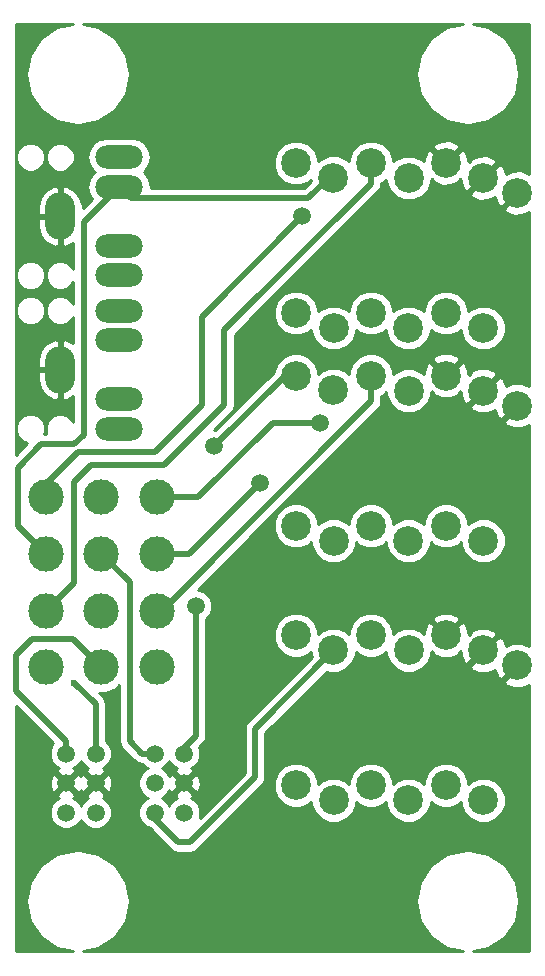
<source format=gbl>
G04 #@! TF.FileFunction,Copper,L2,Bot,Signal*
%FSLAX46Y46*%
G04 Gerber Fmt 4.6, Leading zero omitted, Abs format (unit mm)*
G04 Created by KiCad (PCBNEW 4.0.6) date Thu Apr 27 01:27:43 2017*
%MOMM*%
%LPD*%
G01*
G04 APERTURE LIST*
%ADD10C,0.100000*%
%ADD11C,1.500000*%
%ADD12C,2.524000*%
%ADD13C,3.000000*%
%ADD14O,4.000000X2.000000*%
%ADD15O,2.540000X4.000000*%
%ADD16C,0.600000*%
%ADD17C,0.500000*%
%ADD18C,0.254000*%
G04 APERTURE END LIST*
D10*
D11*
X133350000Y-110070000D03*
X133350000Y-112570000D03*
X133350000Y-115070000D03*
X135850000Y-110070000D03*
X135850000Y-112570000D03*
X135850000Y-115070000D03*
X140850000Y-110070000D03*
X140850000Y-112570000D03*
X140850000Y-115070000D03*
X143350000Y-110070000D03*
X143350000Y-112570000D03*
X143350000Y-115070000D03*
D12*
X165525000Y-60070000D03*
X165520000Y-72770000D03*
X159170000Y-60070000D03*
X159170000Y-72770000D03*
X152820000Y-60070000D03*
X152820000Y-72770000D03*
X168680000Y-61340000D03*
X168690000Y-74040000D03*
X162350000Y-61340000D03*
X162340000Y-74040000D03*
X155990000Y-61330000D03*
X156000000Y-74040000D03*
X171570000Y-62610000D03*
X165525000Y-78070000D03*
X165520000Y-90770000D03*
X159170000Y-78070000D03*
X159170000Y-90770000D03*
X152820000Y-78070000D03*
X152820000Y-90770000D03*
X168680000Y-79340000D03*
X168690000Y-92040000D03*
X162350000Y-79340000D03*
X162340000Y-92040000D03*
X155990000Y-79330000D03*
X156000000Y-92040000D03*
X171570000Y-80610000D03*
X165525000Y-100070000D03*
X165520000Y-112770000D03*
X159170000Y-100070000D03*
X159170000Y-112770000D03*
X152820000Y-100070000D03*
X152820000Y-112770000D03*
X168680000Y-101340000D03*
X168690000Y-114040000D03*
X162350000Y-101340000D03*
X162340000Y-114040000D03*
X155990000Y-101330000D03*
X156000000Y-114040000D03*
X171570000Y-102610000D03*
D13*
X141050000Y-102770000D03*
X136350000Y-102770000D03*
X131650000Y-102770000D03*
X141050000Y-97970000D03*
X136350000Y-97970000D03*
X131650000Y-97970000D03*
X141050000Y-93170000D03*
X136350000Y-93170000D03*
X131650000Y-93170000D03*
X141050000Y-88370000D03*
X136350000Y-88370000D03*
X131650000Y-88370000D03*
D14*
X137850000Y-69570000D03*
X137850000Y-67070000D03*
X137850000Y-62070000D03*
X137850000Y-59570000D03*
D15*
X132850000Y-64570000D03*
D14*
X137850000Y-82570000D03*
X137850000Y-80070000D03*
X137850000Y-75070000D03*
X137850000Y-72570000D03*
D15*
X132850000Y-77570000D03*
D11*
X153350000Y-64570000D03*
X145850000Y-84070000D03*
X154850000Y-82070000D03*
X149750000Y-87170000D03*
D16*
X134050000Y-104060000D03*
D11*
X144350000Y-97570000D03*
D17*
X131650000Y-97970000D02*
X134000000Y-95620000D01*
X134000000Y-95620000D02*
X134000000Y-87110000D01*
X141630000Y-85680000D02*
X146750000Y-80560000D01*
X159094737Y-61930000D02*
X159170000Y-61854737D01*
X134000000Y-87110000D02*
X135430000Y-85680000D01*
X135430000Y-85680000D02*
X141630000Y-85680000D01*
X146750000Y-80560000D02*
X146750000Y-74230000D01*
X146750000Y-74230000D02*
X159050000Y-61930000D01*
X159050000Y-61930000D02*
X159094737Y-61930000D01*
X159170000Y-61854737D02*
X159170000Y-60070000D01*
X131650000Y-97970000D02*
X132450000Y-97970000D01*
X131650000Y-88370000D02*
X131650000Y-87270000D01*
X131650000Y-87270000D02*
X134350000Y-84570000D01*
X134350000Y-84570000D02*
X140850000Y-84570000D01*
X140850000Y-84570000D02*
X144850000Y-80570000D01*
X144850000Y-80570000D02*
X144850000Y-73070000D01*
X144850000Y-73070000D02*
X153350000Y-64570000D01*
X131650000Y-93170000D02*
X129286000Y-90806000D01*
X129286000Y-90806000D02*
X129286000Y-85852000D01*
X129286000Y-85852000D02*
X131268010Y-83869990D01*
X131268010Y-83869990D02*
X134050010Y-83869990D01*
X134050010Y-83869990D02*
X134850000Y-83070000D01*
X134850000Y-83070000D02*
X134850000Y-65070000D01*
X134850000Y-65070000D02*
X137850000Y-62070000D01*
X131650000Y-93170000D02*
X131650000Y-92870000D01*
X155990000Y-61330000D02*
X155590000Y-61330000D01*
X155590000Y-61330000D02*
X153850000Y-63070000D01*
X153850000Y-63070000D02*
X138850000Y-63070000D01*
X138850000Y-63070000D02*
X137850000Y-62070000D01*
X141050000Y-97970000D02*
X141450000Y-97970000D01*
X141450000Y-97970000D02*
X159170000Y-80250000D01*
X159170000Y-80250000D02*
X159170000Y-78070000D01*
X152820000Y-78070000D02*
X151850000Y-78070000D01*
X151850000Y-78070000D02*
X145850000Y-84070000D01*
X141050000Y-88370000D02*
X144550000Y-88370000D01*
X150850000Y-82070000D02*
X154850000Y-82070000D01*
X144550000Y-88370000D02*
X150850000Y-82070000D01*
X149750000Y-87170000D02*
X143750000Y-93170000D01*
X143750000Y-93170000D02*
X141050000Y-93170000D01*
X140850000Y-115070000D02*
X140850000Y-115570000D01*
X140850000Y-115570000D02*
X142850000Y-117570000D01*
X142850000Y-117570000D02*
X143850000Y-117570000D01*
X143850000Y-117570000D02*
X149350000Y-112070000D01*
X149350000Y-112070000D02*
X149350000Y-107970000D01*
X149350000Y-107970000D02*
X155990000Y-101330000D01*
X133350000Y-110070000D02*
X133350000Y-109009340D01*
X133350000Y-109009340D02*
X129110000Y-104769340D01*
X129110000Y-104769340D02*
X129110000Y-101740000D01*
X129110000Y-101740000D02*
X130510000Y-100340000D01*
X133920000Y-100340000D02*
X136350000Y-102770000D01*
X130510000Y-100340000D02*
X133920000Y-100340000D01*
X134050000Y-104060000D02*
X135850000Y-105860000D01*
X135850000Y-105860000D02*
X135850000Y-110070000D01*
X144350000Y-97570000D02*
X144350000Y-108570000D01*
X144350000Y-108570000D02*
X143350000Y-109570000D01*
X143350000Y-109570000D02*
X143350000Y-110070000D01*
X138740000Y-109020660D02*
X138740000Y-95560000D01*
X138740000Y-95560000D02*
X136350000Y-93170000D01*
X140850000Y-110070000D02*
X139789340Y-110070000D01*
X139789340Y-110070000D02*
X138740000Y-109020660D01*
D18*
G36*
X132618409Y-48593161D02*
X131221929Y-49526259D01*
X130288831Y-50922739D01*
X129961170Y-52570000D01*
X130288831Y-54217261D01*
X131221929Y-55613741D01*
X132618409Y-56546839D01*
X134265670Y-56874500D01*
X134434330Y-56874500D01*
X136081591Y-56546839D01*
X137478071Y-55613741D01*
X138411169Y-54217261D01*
X138738830Y-52570000D01*
X138411169Y-50922739D01*
X137478071Y-49526259D01*
X136081591Y-48593161D01*
X134768648Y-48332000D01*
X166931352Y-48332000D01*
X165618409Y-48593161D01*
X164221929Y-49526259D01*
X163288831Y-50922739D01*
X162961170Y-52570000D01*
X163288831Y-54217261D01*
X164221929Y-55613741D01*
X165618409Y-56546839D01*
X167265670Y-56874500D01*
X167434330Y-56874500D01*
X169081591Y-56546839D01*
X170478071Y-55613741D01*
X171411169Y-54217261D01*
X171738830Y-52570000D01*
X171411169Y-50922739D01*
X170478071Y-49526259D01*
X169081591Y-48593161D01*
X167768648Y-48332000D01*
X172588000Y-48332000D01*
X172588000Y-60968712D01*
X171897056Y-60703689D01*
X171142647Y-60723639D01*
X170567661Y-60961806D01*
X170566361Y-60912647D01*
X170316043Y-60308326D01*
X170021994Y-60177611D01*
X168859605Y-61340000D01*
X168873748Y-61354143D01*
X168694143Y-61533748D01*
X168680000Y-61519605D01*
X167517611Y-62681994D01*
X167648326Y-62976043D01*
X168352944Y-63246311D01*
X169107353Y-63226361D01*
X169682339Y-62988194D01*
X169683639Y-63037353D01*
X169933957Y-63641674D01*
X170228006Y-63772389D01*
X171390395Y-62610000D01*
X171376253Y-62595858D01*
X171555858Y-62416253D01*
X171570000Y-62430395D01*
X171584143Y-62416253D01*
X171763748Y-62595858D01*
X171749605Y-62610000D01*
X171763748Y-62624143D01*
X171584143Y-62803748D01*
X171570000Y-62789605D01*
X170407611Y-63951994D01*
X170538326Y-64246043D01*
X171242944Y-64516311D01*
X171997353Y-64496361D01*
X172588000Y-64251707D01*
X172588000Y-78968712D01*
X171897056Y-78703689D01*
X171142647Y-78723639D01*
X170567661Y-78961806D01*
X170566361Y-78912647D01*
X170316043Y-78308326D01*
X170021994Y-78177611D01*
X168859605Y-79340000D01*
X168873748Y-79354143D01*
X168694143Y-79533748D01*
X168680000Y-79519605D01*
X167517611Y-80681994D01*
X167648326Y-80976043D01*
X168352944Y-81246311D01*
X169107353Y-81226361D01*
X169682339Y-80988194D01*
X169683639Y-81037353D01*
X169933957Y-81641674D01*
X170228006Y-81772389D01*
X171390395Y-80610000D01*
X171376253Y-80595858D01*
X171555858Y-80416253D01*
X171570000Y-80430395D01*
X171584143Y-80416253D01*
X171763748Y-80595858D01*
X171749605Y-80610000D01*
X171763748Y-80624143D01*
X171584143Y-80803748D01*
X171570000Y-80789605D01*
X170407611Y-81951994D01*
X170538326Y-82246043D01*
X171242944Y-82516311D01*
X171997353Y-82496361D01*
X172588000Y-82251707D01*
X172588000Y-100968712D01*
X171897056Y-100703689D01*
X171142647Y-100723639D01*
X170567661Y-100961806D01*
X170566361Y-100912647D01*
X170316043Y-100308326D01*
X170021994Y-100177611D01*
X168859605Y-101340000D01*
X168873748Y-101354143D01*
X168694143Y-101533748D01*
X168680000Y-101519605D01*
X167517611Y-102681994D01*
X167648326Y-102976043D01*
X168352944Y-103246311D01*
X169107353Y-103226361D01*
X169682339Y-102988194D01*
X169683639Y-103037353D01*
X169933957Y-103641674D01*
X170228006Y-103772389D01*
X171390395Y-102610000D01*
X171376253Y-102595858D01*
X171555858Y-102416253D01*
X171570000Y-102430395D01*
X171584143Y-102416253D01*
X171763748Y-102595858D01*
X171749605Y-102610000D01*
X171763748Y-102624143D01*
X171584143Y-102803748D01*
X171570000Y-102789605D01*
X170407611Y-103951994D01*
X170538326Y-104246043D01*
X171242944Y-104516311D01*
X171997353Y-104496361D01*
X172588000Y-104251707D01*
X172588000Y-126808000D01*
X167768648Y-126808000D01*
X169081591Y-126546839D01*
X170478071Y-125613741D01*
X171411169Y-124217261D01*
X171738830Y-122570000D01*
X171411169Y-120922739D01*
X170478071Y-119526259D01*
X169081591Y-118593161D01*
X167434330Y-118265500D01*
X167265670Y-118265500D01*
X165618409Y-118593161D01*
X164221929Y-119526259D01*
X163288831Y-120922739D01*
X162961170Y-122570000D01*
X163288831Y-124217261D01*
X164221929Y-125613741D01*
X165618409Y-126546839D01*
X166931352Y-126808000D01*
X134768648Y-126808000D01*
X136081591Y-126546839D01*
X137478071Y-125613741D01*
X138411169Y-124217261D01*
X138738830Y-122570000D01*
X138411169Y-120922739D01*
X137478071Y-119526259D01*
X136081591Y-118593161D01*
X134434330Y-118265500D01*
X134265670Y-118265500D01*
X132618409Y-118593161D01*
X131221929Y-119526259D01*
X130288831Y-120922739D01*
X129961170Y-122570000D01*
X130288831Y-124217261D01*
X131221929Y-125613741D01*
X132618409Y-126546839D01*
X133931352Y-126808000D01*
X129112000Y-126808000D01*
X129112000Y-115344285D01*
X131964760Y-115344285D01*
X132175169Y-115853515D01*
X132564436Y-116243461D01*
X133073298Y-116454759D01*
X133624285Y-116455240D01*
X134133515Y-116244831D01*
X134523461Y-115855564D01*
X134599927Y-115671414D01*
X134675169Y-115853515D01*
X135064436Y-116243461D01*
X135573298Y-116454759D01*
X136124285Y-116455240D01*
X136633515Y-116244831D01*
X137023461Y-115855564D01*
X137234759Y-115346702D01*
X137235240Y-114795715D01*
X137024831Y-114286485D01*
X136635564Y-113896539D01*
X136467246Y-113826647D01*
X136573923Y-113782460D01*
X136641912Y-113541517D01*
X135850000Y-112749605D01*
X135058088Y-113541517D01*
X135126077Y-113782460D01*
X135240611Y-113823222D01*
X135066485Y-113895169D01*
X134676539Y-114284436D01*
X134600073Y-114468586D01*
X134524831Y-114286485D01*
X134135564Y-113896539D01*
X133967246Y-113826647D01*
X134073923Y-113782460D01*
X134141912Y-113541517D01*
X133350000Y-112749605D01*
X132558088Y-113541517D01*
X132626077Y-113782460D01*
X132740611Y-113823222D01*
X132566485Y-113895169D01*
X132176539Y-114284436D01*
X131965241Y-114793298D01*
X131964760Y-115344285D01*
X129112000Y-115344285D01*
X129112000Y-112365171D01*
X131952799Y-112365171D01*
X131980770Y-112915448D01*
X132137540Y-113293923D01*
X132378483Y-113361912D01*
X133170395Y-112570000D01*
X133529605Y-112570000D01*
X134321517Y-113361912D01*
X134562460Y-113293923D01*
X134597157Y-113196430D01*
X134637540Y-113293923D01*
X134878483Y-113361912D01*
X135670395Y-112570000D01*
X136029605Y-112570000D01*
X136821517Y-113361912D01*
X137062460Y-113293923D01*
X137247201Y-112774829D01*
X137219230Y-112224552D01*
X137062460Y-111846077D01*
X136821517Y-111778088D01*
X136029605Y-112570000D01*
X135670395Y-112570000D01*
X134878483Y-111778088D01*
X134637540Y-111846077D01*
X134602843Y-111943570D01*
X134562460Y-111846077D01*
X134321517Y-111778088D01*
X133529605Y-112570000D01*
X133170395Y-112570000D01*
X132378483Y-111778088D01*
X132137540Y-111846077D01*
X131952799Y-112365171D01*
X129112000Y-112365171D01*
X129112000Y-106022920D01*
X132275114Y-109186033D01*
X132176539Y-109284436D01*
X131965241Y-109793298D01*
X131964760Y-110344285D01*
X132175169Y-110853515D01*
X132564436Y-111243461D01*
X132732754Y-111313353D01*
X132626077Y-111357540D01*
X132558088Y-111598483D01*
X133350000Y-112390395D01*
X134141912Y-111598483D01*
X134073923Y-111357540D01*
X133959389Y-111316778D01*
X134133515Y-111244831D01*
X134523461Y-110855564D01*
X134599927Y-110671414D01*
X134675169Y-110853515D01*
X135064436Y-111243461D01*
X135232754Y-111313353D01*
X135126077Y-111357540D01*
X135058088Y-111598483D01*
X135850000Y-112390395D01*
X136641912Y-111598483D01*
X136573923Y-111357540D01*
X136459389Y-111316778D01*
X136633515Y-111244831D01*
X137023461Y-110855564D01*
X137234759Y-110346702D01*
X137235240Y-109795715D01*
X137024831Y-109286485D01*
X136735000Y-108996148D01*
X136735000Y-105860000D01*
X136667633Y-105521325D01*
X136475790Y-105234210D01*
X136475787Y-105234208D01*
X136146402Y-104904823D01*
X136772815Y-104905370D01*
X137557800Y-104581020D01*
X137855000Y-104284338D01*
X137855000Y-109020655D01*
X137854999Y-109020660D01*
X137907469Y-109284436D01*
X137922367Y-109359335D01*
X137979079Y-109444211D01*
X138114210Y-109646450D01*
X139163548Y-110695787D01*
X139163550Y-110695790D01*
X139450665Y-110887633D01*
X139506856Y-110898810D01*
X139773292Y-110951809D01*
X140064436Y-111243461D01*
X140248586Y-111319927D01*
X140066485Y-111395169D01*
X139676539Y-111784436D01*
X139465241Y-112293298D01*
X139464760Y-112844285D01*
X139675169Y-113353515D01*
X140064436Y-113743461D01*
X140248586Y-113819927D01*
X140066485Y-113895169D01*
X139676539Y-114284436D01*
X139465241Y-114793298D01*
X139464760Y-115344285D01*
X139675169Y-115853515D01*
X140064436Y-116243461D01*
X140419186Y-116390766D01*
X142224208Y-118195787D01*
X142224210Y-118195790D01*
X142511325Y-118387633D01*
X142850000Y-118455001D01*
X142850005Y-118455000D01*
X143849995Y-118455000D01*
X143850000Y-118455001D01*
X144132484Y-118398810D01*
X144188675Y-118387633D01*
X144475790Y-118195790D01*
X144475791Y-118195789D01*
X149525898Y-113145681D01*
X150922672Y-113145681D01*
X151210864Y-113843160D01*
X151744033Y-114377260D01*
X152441008Y-114666670D01*
X153195681Y-114667328D01*
X153893160Y-114379136D01*
X154102886Y-114169775D01*
X154102672Y-114415681D01*
X154390864Y-115113160D01*
X154924033Y-115647260D01*
X155621008Y-115936670D01*
X156375681Y-115937328D01*
X157073160Y-115649136D01*
X157607260Y-115115967D01*
X157896670Y-114418992D01*
X157896879Y-114179761D01*
X158094033Y-114377260D01*
X158791008Y-114666670D01*
X159545681Y-114667328D01*
X160243160Y-114379136D01*
X160442878Y-114179766D01*
X160442672Y-114415681D01*
X160730864Y-115113160D01*
X161264033Y-115647260D01*
X161961008Y-115936670D01*
X162715681Y-115937328D01*
X163413160Y-115649136D01*
X163947260Y-115115967D01*
X164236670Y-114418992D01*
X164236887Y-114169753D01*
X164444033Y-114377260D01*
X165141008Y-114666670D01*
X165895681Y-114667328D01*
X166593160Y-114379136D01*
X166792878Y-114179766D01*
X166792672Y-114415681D01*
X167080864Y-115113160D01*
X167614033Y-115647260D01*
X168311008Y-115936670D01*
X169065681Y-115937328D01*
X169763160Y-115649136D01*
X170297260Y-115115967D01*
X170586670Y-114418992D01*
X170587328Y-113664319D01*
X170299136Y-112966840D01*
X169765967Y-112432740D01*
X169068992Y-112143330D01*
X168314319Y-112142672D01*
X167616840Y-112430864D01*
X167417122Y-112630234D01*
X167417328Y-112394319D01*
X167129136Y-111696840D01*
X166595967Y-111162740D01*
X165898992Y-110873330D01*
X165144319Y-110872672D01*
X164446840Y-111160864D01*
X163912740Y-111694033D01*
X163623330Y-112391008D01*
X163623113Y-112640247D01*
X163415967Y-112432740D01*
X162718992Y-112143330D01*
X161964319Y-112142672D01*
X161266840Y-112430864D01*
X161067122Y-112630234D01*
X161067328Y-112394319D01*
X160779136Y-111696840D01*
X160245967Y-111162740D01*
X159548992Y-110873330D01*
X158794319Y-110872672D01*
X158096840Y-111160864D01*
X157562740Y-111694033D01*
X157273330Y-112391008D01*
X157273121Y-112630239D01*
X157075967Y-112432740D01*
X156378992Y-112143330D01*
X155624319Y-112142672D01*
X154926840Y-112430864D01*
X154717114Y-112640225D01*
X154717328Y-112394319D01*
X154429136Y-111696840D01*
X153895967Y-111162740D01*
X153198992Y-110873330D01*
X152444319Y-110872672D01*
X151746840Y-111160864D01*
X151212740Y-111694033D01*
X150923330Y-112391008D01*
X150922672Y-113145681D01*
X149525898Y-113145681D01*
X149975787Y-112695792D01*
X149975790Y-112695790D01*
X150103975Y-112503946D01*
X150167634Y-112408674D01*
X150235001Y-112070000D01*
X150235000Y-112069995D01*
X150235000Y-108336580D01*
X155422984Y-103148595D01*
X155611008Y-103226670D01*
X156365681Y-103227328D01*
X157063160Y-102939136D01*
X157597260Y-102405967D01*
X157886670Y-101708992D01*
X157886879Y-101469744D01*
X158094033Y-101677260D01*
X158791008Y-101966670D01*
X159545681Y-101967328D01*
X160243160Y-101679136D01*
X160452886Y-101469775D01*
X160452672Y-101715681D01*
X160740864Y-102413160D01*
X161274033Y-102947260D01*
X161971008Y-103236670D01*
X162725681Y-103237328D01*
X163423160Y-102949136D01*
X163957260Y-102415967D01*
X164246670Y-101718992D01*
X164246840Y-101523642D01*
X164248903Y-101525705D01*
X164362612Y-101411996D01*
X164493326Y-101706043D01*
X165197944Y-101976311D01*
X165952353Y-101956361D01*
X166556674Y-101706043D01*
X166687388Y-101411996D01*
X166786872Y-101511480D01*
X166793639Y-101767353D01*
X167043957Y-102371674D01*
X167338006Y-102502389D01*
X168500395Y-101340000D01*
X168486253Y-101325858D01*
X168665858Y-101146253D01*
X168680000Y-101160395D01*
X169842389Y-99998006D01*
X169711674Y-99703957D01*
X169007056Y-99433689D01*
X168252647Y-99453639D01*
X167648326Y-99703957D01*
X167517612Y-99998004D01*
X167418128Y-99898520D01*
X167411361Y-99642647D01*
X167161043Y-99038326D01*
X166866994Y-98907611D01*
X165704605Y-100070000D01*
X165718748Y-100084143D01*
X165539143Y-100263748D01*
X165525000Y-100249605D01*
X165510858Y-100263748D01*
X165331253Y-100084143D01*
X165345395Y-100070000D01*
X164183006Y-98907611D01*
X163888957Y-99038326D01*
X163618689Y-99742944D01*
X163623656Y-99930774D01*
X163425967Y-99732740D01*
X162728992Y-99443330D01*
X161974319Y-99442672D01*
X161276840Y-99730864D01*
X161067114Y-99940225D01*
X161067328Y-99694319D01*
X160779136Y-98996840D01*
X160510771Y-98728006D01*
X164362611Y-98728006D01*
X165525000Y-99890395D01*
X166687389Y-98728006D01*
X166556674Y-98433957D01*
X165852056Y-98163689D01*
X165097647Y-98183639D01*
X164493326Y-98433957D01*
X164362611Y-98728006D01*
X160510771Y-98728006D01*
X160245967Y-98462740D01*
X159548992Y-98173330D01*
X158794319Y-98172672D01*
X158096840Y-98460864D01*
X157562740Y-98994033D01*
X157273330Y-99691008D01*
X157273121Y-99930256D01*
X157065967Y-99722740D01*
X156368992Y-99433330D01*
X155614319Y-99432672D01*
X154916840Y-99720864D01*
X154717131Y-99920225D01*
X154717328Y-99694319D01*
X154429136Y-98996840D01*
X153895967Y-98462740D01*
X153198992Y-98173330D01*
X152444319Y-98172672D01*
X151746840Y-98460864D01*
X151212740Y-98994033D01*
X150923330Y-99691008D01*
X150922672Y-100445681D01*
X151210864Y-101143160D01*
X151744033Y-101677260D01*
X152441008Y-101966670D01*
X153195681Y-101967328D01*
X153893160Y-101679136D01*
X154092869Y-101479775D01*
X154092672Y-101705681D01*
X154171635Y-101896786D01*
X148724210Y-107344210D01*
X148532367Y-107631325D01*
X148532367Y-107631326D01*
X148464999Y-107970000D01*
X148465000Y-107970005D01*
X148465000Y-111703421D01*
X144673010Y-115495410D01*
X144734759Y-115346702D01*
X144735240Y-114795715D01*
X144524831Y-114286485D01*
X144135564Y-113896539D01*
X143967246Y-113826647D01*
X144073923Y-113782460D01*
X144141912Y-113541517D01*
X143350000Y-112749605D01*
X142558088Y-113541517D01*
X142626077Y-113782460D01*
X142740611Y-113823222D01*
X142566485Y-113895169D01*
X142176539Y-114284436D01*
X142100073Y-114468586D01*
X142024831Y-114286485D01*
X141635564Y-113896539D01*
X141451414Y-113820073D01*
X141633515Y-113744831D01*
X142023461Y-113355564D01*
X142093353Y-113187246D01*
X142137540Y-113293923D01*
X142378483Y-113361912D01*
X143170395Y-112570000D01*
X143529605Y-112570000D01*
X144321517Y-113361912D01*
X144562460Y-113293923D01*
X144747201Y-112774829D01*
X144719230Y-112224552D01*
X144562460Y-111846077D01*
X144321517Y-111778088D01*
X143529605Y-112570000D01*
X143170395Y-112570000D01*
X142378483Y-111778088D01*
X142137540Y-111846077D01*
X142096778Y-111960611D01*
X142024831Y-111786485D01*
X141635564Y-111396539D01*
X141451414Y-111320073D01*
X141633515Y-111244831D01*
X142023461Y-110855564D01*
X142099927Y-110671414D01*
X142175169Y-110853515D01*
X142564436Y-111243461D01*
X142732754Y-111313353D01*
X142626077Y-111357540D01*
X142558088Y-111598483D01*
X143350000Y-112390395D01*
X144141912Y-111598483D01*
X144073923Y-111357540D01*
X143959389Y-111316778D01*
X144133515Y-111244831D01*
X144523461Y-110855564D01*
X144734759Y-110346702D01*
X144735240Y-109795715D01*
X144630165Y-109541414D01*
X144975787Y-109195792D01*
X144975790Y-109195790D01*
X145103975Y-109003946D01*
X145167634Y-108908674D01*
X145235001Y-108570000D01*
X145235000Y-108569995D01*
X145235000Y-98643523D01*
X145523461Y-98355564D01*
X145734759Y-97846702D01*
X145735240Y-97295715D01*
X145524831Y-96786485D01*
X145135564Y-96396539D01*
X144626702Y-96185241D01*
X144486461Y-96185119D01*
X149525898Y-91145681D01*
X150922672Y-91145681D01*
X151210864Y-91843160D01*
X151744033Y-92377260D01*
X152441008Y-92666670D01*
X153195681Y-92667328D01*
X153893160Y-92379136D01*
X154102886Y-92169775D01*
X154102672Y-92415681D01*
X154390864Y-93113160D01*
X154924033Y-93647260D01*
X155621008Y-93936670D01*
X156375681Y-93937328D01*
X157073160Y-93649136D01*
X157607260Y-93115967D01*
X157896670Y-92418992D01*
X157896879Y-92179761D01*
X158094033Y-92377260D01*
X158791008Y-92666670D01*
X159545681Y-92667328D01*
X160243160Y-92379136D01*
X160442878Y-92179766D01*
X160442672Y-92415681D01*
X160730864Y-93113160D01*
X161264033Y-93647260D01*
X161961008Y-93936670D01*
X162715681Y-93937328D01*
X163413160Y-93649136D01*
X163947260Y-93115967D01*
X164236670Y-92418992D01*
X164236887Y-92169753D01*
X164444033Y-92377260D01*
X165141008Y-92666670D01*
X165895681Y-92667328D01*
X166593160Y-92379136D01*
X166792878Y-92179766D01*
X166792672Y-92415681D01*
X167080864Y-93113160D01*
X167614033Y-93647260D01*
X168311008Y-93936670D01*
X169065681Y-93937328D01*
X169763160Y-93649136D01*
X170297260Y-93115967D01*
X170586670Y-92418992D01*
X170587328Y-91664319D01*
X170299136Y-90966840D01*
X169765967Y-90432740D01*
X169068992Y-90143330D01*
X168314319Y-90142672D01*
X167616840Y-90430864D01*
X167417122Y-90630234D01*
X167417328Y-90394319D01*
X167129136Y-89696840D01*
X166595967Y-89162740D01*
X165898992Y-88873330D01*
X165144319Y-88872672D01*
X164446840Y-89160864D01*
X163912740Y-89694033D01*
X163623330Y-90391008D01*
X163623113Y-90640247D01*
X163415967Y-90432740D01*
X162718992Y-90143330D01*
X161964319Y-90142672D01*
X161266840Y-90430864D01*
X161067122Y-90630234D01*
X161067328Y-90394319D01*
X160779136Y-89696840D01*
X160245967Y-89162740D01*
X159548992Y-88873330D01*
X158794319Y-88872672D01*
X158096840Y-89160864D01*
X157562740Y-89694033D01*
X157273330Y-90391008D01*
X157273121Y-90630239D01*
X157075967Y-90432740D01*
X156378992Y-90143330D01*
X155624319Y-90142672D01*
X154926840Y-90430864D01*
X154717114Y-90640225D01*
X154717328Y-90394319D01*
X154429136Y-89696840D01*
X153895967Y-89162740D01*
X153198992Y-88873330D01*
X152444319Y-88872672D01*
X151746840Y-89160864D01*
X151212740Y-89694033D01*
X150923330Y-90391008D01*
X150922672Y-91145681D01*
X149525898Y-91145681D01*
X159795787Y-80875792D01*
X159795790Y-80875790D01*
X159987633Y-80588675D01*
X160055000Y-80250000D01*
X160055000Y-79756882D01*
X160243160Y-79679136D01*
X160452886Y-79469775D01*
X160452672Y-79715681D01*
X160740864Y-80413160D01*
X161274033Y-80947260D01*
X161971008Y-81236670D01*
X162725681Y-81237328D01*
X163423160Y-80949136D01*
X163957260Y-80415967D01*
X164246670Y-79718992D01*
X164246840Y-79523642D01*
X164248903Y-79525705D01*
X164362612Y-79411996D01*
X164493326Y-79706043D01*
X165197944Y-79976311D01*
X165952353Y-79956361D01*
X166556674Y-79706043D01*
X166687388Y-79411996D01*
X166786872Y-79511480D01*
X166793639Y-79767353D01*
X167043957Y-80371674D01*
X167338006Y-80502389D01*
X168500395Y-79340000D01*
X168486253Y-79325858D01*
X168665858Y-79146253D01*
X168680000Y-79160395D01*
X169842389Y-77998006D01*
X169711674Y-77703957D01*
X169007056Y-77433689D01*
X168252647Y-77453639D01*
X167648326Y-77703957D01*
X167517612Y-77998004D01*
X167418128Y-77898520D01*
X167411361Y-77642647D01*
X167161043Y-77038326D01*
X166866994Y-76907611D01*
X165704605Y-78070000D01*
X165718748Y-78084143D01*
X165539143Y-78263748D01*
X165525000Y-78249605D01*
X165510858Y-78263748D01*
X165331253Y-78084143D01*
X165345395Y-78070000D01*
X164183006Y-76907611D01*
X163888957Y-77038326D01*
X163618689Y-77742944D01*
X163623656Y-77930774D01*
X163425967Y-77732740D01*
X162728992Y-77443330D01*
X161974319Y-77442672D01*
X161276840Y-77730864D01*
X161067114Y-77940225D01*
X161067328Y-77694319D01*
X160779136Y-76996840D01*
X160510771Y-76728006D01*
X164362611Y-76728006D01*
X165525000Y-77890395D01*
X166687389Y-76728006D01*
X166556674Y-76433957D01*
X165852056Y-76163689D01*
X165097647Y-76183639D01*
X164493326Y-76433957D01*
X164362611Y-76728006D01*
X160510771Y-76728006D01*
X160245967Y-76462740D01*
X159548992Y-76173330D01*
X158794319Y-76172672D01*
X158096840Y-76460864D01*
X157562740Y-76994033D01*
X157273330Y-77691008D01*
X157273121Y-77930256D01*
X157065967Y-77722740D01*
X156368992Y-77433330D01*
X155614319Y-77432672D01*
X154916840Y-77720864D01*
X154717131Y-77920225D01*
X154717328Y-77694319D01*
X154429136Y-76996840D01*
X153895967Y-76462740D01*
X153198992Y-76173330D01*
X152444319Y-76172672D01*
X151746840Y-76460864D01*
X151212740Y-76994033D01*
X150923330Y-77691008D01*
X150923283Y-77745138D01*
X145983304Y-82685116D01*
X145876557Y-82685023D01*
X147375787Y-81185792D01*
X147375790Y-81185790D01*
X147567633Y-80898675D01*
X147635000Y-80560000D01*
X147635000Y-74596580D01*
X149085898Y-73145681D01*
X150922672Y-73145681D01*
X151210864Y-73843160D01*
X151744033Y-74377260D01*
X152441008Y-74666670D01*
X153195681Y-74667328D01*
X153893160Y-74379136D01*
X154102886Y-74169775D01*
X154102672Y-74415681D01*
X154390864Y-75113160D01*
X154924033Y-75647260D01*
X155621008Y-75936670D01*
X156375681Y-75937328D01*
X157073160Y-75649136D01*
X157607260Y-75115967D01*
X157896670Y-74418992D01*
X157896879Y-74179761D01*
X158094033Y-74377260D01*
X158791008Y-74666670D01*
X159545681Y-74667328D01*
X160243160Y-74379136D01*
X160442878Y-74179766D01*
X160442672Y-74415681D01*
X160730864Y-75113160D01*
X161264033Y-75647260D01*
X161961008Y-75936670D01*
X162715681Y-75937328D01*
X163413160Y-75649136D01*
X163947260Y-75115967D01*
X164236670Y-74418992D01*
X164236887Y-74169753D01*
X164444033Y-74377260D01*
X165141008Y-74666670D01*
X165895681Y-74667328D01*
X166593160Y-74379136D01*
X166792878Y-74179766D01*
X166792672Y-74415681D01*
X167080864Y-75113160D01*
X167614033Y-75647260D01*
X168311008Y-75936670D01*
X169065681Y-75937328D01*
X169763160Y-75649136D01*
X170297260Y-75115967D01*
X170586670Y-74418992D01*
X170587328Y-73664319D01*
X170299136Y-72966840D01*
X169765967Y-72432740D01*
X169068992Y-72143330D01*
X168314319Y-72142672D01*
X167616840Y-72430864D01*
X167417122Y-72630234D01*
X167417328Y-72394319D01*
X167129136Y-71696840D01*
X166595967Y-71162740D01*
X165898992Y-70873330D01*
X165144319Y-70872672D01*
X164446840Y-71160864D01*
X163912740Y-71694033D01*
X163623330Y-72391008D01*
X163623113Y-72640247D01*
X163415967Y-72432740D01*
X162718992Y-72143330D01*
X161964319Y-72142672D01*
X161266840Y-72430864D01*
X161067122Y-72630234D01*
X161067328Y-72394319D01*
X160779136Y-71696840D01*
X160245967Y-71162740D01*
X159548992Y-70873330D01*
X158794319Y-70872672D01*
X158096840Y-71160864D01*
X157562740Y-71694033D01*
X157273330Y-72391008D01*
X157273121Y-72630239D01*
X157075967Y-72432740D01*
X156378992Y-72143330D01*
X155624319Y-72142672D01*
X154926840Y-72430864D01*
X154717114Y-72640225D01*
X154717328Y-72394319D01*
X154429136Y-71696840D01*
X153895967Y-71162740D01*
X153198992Y-70873330D01*
X152444319Y-70872672D01*
X151746840Y-71160864D01*
X151212740Y-71694033D01*
X150923330Y-72391008D01*
X150922672Y-73145681D01*
X149085898Y-73145681D01*
X159585703Y-62645876D01*
X159720527Y-62555790D01*
X159720528Y-62555789D01*
X159795787Y-62480529D01*
X159795790Y-62480527D01*
X159987633Y-62193412D01*
X160006537Y-62098374D01*
X160055001Y-61854737D01*
X160055000Y-61854732D01*
X160055000Y-61756882D01*
X160243160Y-61679136D01*
X160452886Y-61469775D01*
X160452672Y-61715681D01*
X160740864Y-62413160D01*
X161274033Y-62947260D01*
X161971008Y-63236670D01*
X162725681Y-63237328D01*
X163423160Y-62949136D01*
X163957260Y-62415967D01*
X164246670Y-61718992D01*
X164246840Y-61523642D01*
X164248903Y-61525705D01*
X164362612Y-61411996D01*
X164493326Y-61706043D01*
X165197944Y-61976311D01*
X165952353Y-61956361D01*
X166556674Y-61706043D01*
X166687388Y-61411996D01*
X166786872Y-61511480D01*
X166793639Y-61767353D01*
X167043957Y-62371674D01*
X167338006Y-62502389D01*
X168500395Y-61340000D01*
X168486253Y-61325858D01*
X168665858Y-61146253D01*
X168680000Y-61160395D01*
X169842389Y-59998006D01*
X169711674Y-59703957D01*
X169007056Y-59433689D01*
X168252647Y-59453639D01*
X167648326Y-59703957D01*
X167517612Y-59998004D01*
X167418128Y-59898520D01*
X167411361Y-59642647D01*
X167161043Y-59038326D01*
X166866994Y-58907611D01*
X165704605Y-60070000D01*
X165718748Y-60084143D01*
X165539143Y-60263748D01*
X165525000Y-60249605D01*
X165510858Y-60263748D01*
X165331253Y-60084143D01*
X165345395Y-60070000D01*
X164183006Y-58907611D01*
X163888957Y-59038326D01*
X163618689Y-59742944D01*
X163623656Y-59930774D01*
X163425967Y-59732740D01*
X162728992Y-59443330D01*
X161974319Y-59442672D01*
X161276840Y-59730864D01*
X161067114Y-59940225D01*
X161067328Y-59694319D01*
X160779136Y-58996840D01*
X160510771Y-58728006D01*
X164362611Y-58728006D01*
X165525000Y-59890395D01*
X166687389Y-58728006D01*
X166556674Y-58433957D01*
X165852056Y-58163689D01*
X165097647Y-58183639D01*
X164493326Y-58433957D01*
X164362611Y-58728006D01*
X160510771Y-58728006D01*
X160245967Y-58462740D01*
X159548992Y-58173330D01*
X158794319Y-58172672D01*
X158096840Y-58460864D01*
X157562740Y-58994033D01*
X157273330Y-59691008D01*
X157273121Y-59930256D01*
X157065967Y-59722740D01*
X156368992Y-59433330D01*
X155614319Y-59432672D01*
X154916840Y-59720864D01*
X154717131Y-59920225D01*
X154717328Y-59694319D01*
X154429136Y-58996840D01*
X153895967Y-58462740D01*
X153198992Y-58173330D01*
X152444319Y-58172672D01*
X151746840Y-58460864D01*
X151212740Y-58994033D01*
X150923330Y-59691008D01*
X150922672Y-60445681D01*
X151210864Y-61143160D01*
X151744033Y-61677260D01*
X152441008Y-61966670D01*
X153195681Y-61967328D01*
X153893160Y-61679136D01*
X154092869Y-61479775D01*
X154092785Y-61575635D01*
X153483420Y-62185000D01*
X140513748Y-62185000D01*
X140536623Y-62070000D01*
X140412166Y-61444313D01*
X140057743Y-60913880D01*
X139917241Y-60820000D01*
X140057743Y-60726120D01*
X140412166Y-60195687D01*
X140536623Y-59570000D01*
X140412166Y-58944313D01*
X140057743Y-58413880D01*
X139527310Y-58059457D01*
X138901623Y-57935000D01*
X136798377Y-57935000D01*
X136172690Y-58059457D01*
X135642257Y-58413880D01*
X135287834Y-58944313D01*
X135163377Y-59570000D01*
X135287834Y-60195687D01*
X135642257Y-60726120D01*
X135782759Y-60820000D01*
X135642257Y-60913880D01*
X135287834Y-61444313D01*
X135163377Y-62070000D01*
X135287834Y-62695687D01*
X135562166Y-63106255D01*
X134755000Y-63913420D01*
X134755000Y-63713000D01*
X134561390Y-62993655D01*
X134107236Y-62403159D01*
X133461679Y-62031409D01*
X133272781Y-61982507D01*
X132977000Y-62098374D01*
X132977000Y-64443000D01*
X132997000Y-64443000D01*
X132997000Y-64697000D01*
X132977000Y-64697000D01*
X132977000Y-67041626D01*
X133272781Y-67157493D01*
X133461679Y-67108591D01*
X133965000Y-66818749D01*
X133965000Y-69034482D01*
X133897592Y-68871343D01*
X133550485Y-68523629D01*
X133096734Y-68335215D01*
X132605421Y-68334786D01*
X132151343Y-68522408D01*
X131803629Y-68869515D01*
X131615215Y-69323266D01*
X131614786Y-69814579D01*
X131802408Y-70268657D01*
X132149515Y-70616371D01*
X132603266Y-70804785D01*
X133094579Y-70805214D01*
X133548657Y-70617592D01*
X133896371Y-70270485D01*
X133965000Y-70105208D01*
X133965000Y-72034482D01*
X133897592Y-71871343D01*
X133550485Y-71523629D01*
X133096734Y-71335215D01*
X132605421Y-71334786D01*
X132151343Y-71522408D01*
X131803629Y-71869515D01*
X131615215Y-72323266D01*
X131614786Y-72814579D01*
X131802408Y-73268657D01*
X132149515Y-73616371D01*
X132603266Y-73804785D01*
X133094579Y-73805214D01*
X133548657Y-73617592D01*
X133896371Y-73270485D01*
X133965000Y-73105208D01*
X133965000Y-75321251D01*
X133461679Y-75031409D01*
X133272781Y-74982507D01*
X132977000Y-75098374D01*
X132977000Y-77443000D01*
X132997000Y-77443000D01*
X132997000Y-77697000D01*
X132977000Y-77697000D01*
X132977000Y-80041626D01*
X133272781Y-80157493D01*
X133461679Y-80108591D01*
X133965000Y-79818749D01*
X133965000Y-82034482D01*
X133897592Y-81871343D01*
X133550485Y-81523629D01*
X133096734Y-81335215D01*
X132605421Y-81334786D01*
X132151343Y-81522408D01*
X131803629Y-81869515D01*
X131615215Y-82323266D01*
X131614786Y-82814579D01*
X131685199Y-82984990D01*
X131514919Y-82984990D01*
X131584785Y-82816734D01*
X131585214Y-82325421D01*
X131397592Y-81871343D01*
X131050485Y-81523629D01*
X130596734Y-81335215D01*
X130105421Y-81334786D01*
X129651343Y-81522408D01*
X129303629Y-81869515D01*
X129115215Y-82323266D01*
X129114786Y-82814579D01*
X129302408Y-83268657D01*
X129649515Y-83616371D01*
X130087982Y-83798439D01*
X129112000Y-84774420D01*
X129112000Y-77697000D01*
X130945000Y-77697000D01*
X130945000Y-78427000D01*
X131138610Y-79146345D01*
X131592764Y-79736841D01*
X132238321Y-80108591D01*
X132427219Y-80157493D01*
X132723000Y-80041626D01*
X132723000Y-77697000D01*
X130945000Y-77697000D01*
X129112000Y-77697000D01*
X129112000Y-76713000D01*
X130945000Y-76713000D01*
X130945000Y-77443000D01*
X132723000Y-77443000D01*
X132723000Y-75098374D01*
X132427219Y-74982507D01*
X132238321Y-75031409D01*
X131592764Y-75403159D01*
X131138610Y-75993655D01*
X130945000Y-76713000D01*
X129112000Y-76713000D01*
X129112000Y-72814579D01*
X129114786Y-72814579D01*
X129302408Y-73268657D01*
X129649515Y-73616371D01*
X130103266Y-73804785D01*
X130594579Y-73805214D01*
X131048657Y-73617592D01*
X131396371Y-73270485D01*
X131584785Y-72816734D01*
X131585214Y-72325421D01*
X131397592Y-71871343D01*
X131050485Y-71523629D01*
X130596734Y-71335215D01*
X130105421Y-71334786D01*
X129651343Y-71522408D01*
X129303629Y-71869515D01*
X129115215Y-72323266D01*
X129114786Y-72814579D01*
X129112000Y-72814579D01*
X129112000Y-69814579D01*
X129114786Y-69814579D01*
X129302408Y-70268657D01*
X129649515Y-70616371D01*
X130103266Y-70804785D01*
X130594579Y-70805214D01*
X131048657Y-70617592D01*
X131396371Y-70270485D01*
X131584785Y-69816734D01*
X131585214Y-69325421D01*
X131397592Y-68871343D01*
X131050485Y-68523629D01*
X130596734Y-68335215D01*
X130105421Y-68334786D01*
X129651343Y-68522408D01*
X129303629Y-68869515D01*
X129115215Y-69323266D01*
X129114786Y-69814579D01*
X129112000Y-69814579D01*
X129112000Y-64697000D01*
X130945000Y-64697000D01*
X130945000Y-65427000D01*
X131138610Y-66146345D01*
X131592764Y-66736841D01*
X132238321Y-67108591D01*
X132427219Y-67157493D01*
X132723000Y-67041626D01*
X132723000Y-64697000D01*
X130945000Y-64697000D01*
X129112000Y-64697000D01*
X129112000Y-63713000D01*
X130945000Y-63713000D01*
X130945000Y-64443000D01*
X132723000Y-64443000D01*
X132723000Y-62098374D01*
X132427219Y-61982507D01*
X132238321Y-62031409D01*
X131592764Y-62403159D01*
X131138610Y-62993655D01*
X130945000Y-63713000D01*
X129112000Y-63713000D01*
X129112000Y-59814579D01*
X129114786Y-59814579D01*
X129302408Y-60268657D01*
X129649515Y-60616371D01*
X130103266Y-60804785D01*
X130594579Y-60805214D01*
X131048657Y-60617592D01*
X131396371Y-60270485D01*
X131584785Y-59816734D01*
X131584786Y-59814579D01*
X131614786Y-59814579D01*
X131802408Y-60268657D01*
X132149515Y-60616371D01*
X132603266Y-60804785D01*
X133094579Y-60805214D01*
X133548657Y-60617592D01*
X133896371Y-60270485D01*
X134084785Y-59816734D01*
X134085214Y-59325421D01*
X133897592Y-58871343D01*
X133550485Y-58523629D01*
X133096734Y-58335215D01*
X132605421Y-58334786D01*
X132151343Y-58522408D01*
X131803629Y-58869515D01*
X131615215Y-59323266D01*
X131614786Y-59814579D01*
X131584786Y-59814579D01*
X131585214Y-59325421D01*
X131397592Y-58871343D01*
X131050485Y-58523629D01*
X130596734Y-58335215D01*
X130105421Y-58334786D01*
X129651343Y-58522408D01*
X129303629Y-58869515D01*
X129115215Y-59323266D01*
X129114786Y-59814579D01*
X129112000Y-59814579D01*
X129112000Y-48332000D01*
X133931352Y-48332000D01*
X132618409Y-48593161D01*
X132618409Y-48593161D01*
G37*
X132618409Y-48593161D02*
X131221929Y-49526259D01*
X130288831Y-50922739D01*
X129961170Y-52570000D01*
X130288831Y-54217261D01*
X131221929Y-55613741D01*
X132618409Y-56546839D01*
X134265670Y-56874500D01*
X134434330Y-56874500D01*
X136081591Y-56546839D01*
X137478071Y-55613741D01*
X138411169Y-54217261D01*
X138738830Y-52570000D01*
X138411169Y-50922739D01*
X137478071Y-49526259D01*
X136081591Y-48593161D01*
X134768648Y-48332000D01*
X166931352Y-48332000D01*
X165618409Y-48593161D01*
X164221929Y-49526259D01*
X163288831Y-50922739D01*
X162961170Y-52570000D01*
X163288831Y-54217261D01*
X164221929Y-55613741D01*
X165618409Y-56546839D01*
X167265670Y-56874500D01*
X167434330Y-56874500D01*
X169081591Y-56546839D01*
X170478071Y-55613741D01*
X171411169Y-54217261D01*
X171738830Y-52570000D01*
X171411169Y-50922739D01*
X170478071Y-49526259D01*
X169081591Y-48593161D01*
X167768648Y-48332000D01*
X172588000Y-48332000D01*
X172588000Y-60968712D01*
X171897056Y-60703689D01*
X171142647Y-60723639D01*
X170567661Y-60961806D01*
X170566361Y-60912647D01*
X170316043Y-60308326D01*
X170021994Y-60177611D01*
X168859605Y-61340000D01*
X168873748Y-61354143D01*
X168694143Y-61533748D01*
X168680000Y-61519605D01*
X167517611Y-62681994D01*
X167648326Y-62976043D01*
X168352944Y-63246311D01*
X169107353Y-63226361D01*
X169682339Y-62988194D01*
X169683639Y-63037353D01*
X169933957Y-63641674D01*
X170228006Y-63772389D01*
X171390395Y-62610000D01*
X171376253Y-62595858D01*
X171555858Y-62416253D01*
X171570000Y-62430395D01*
X171584143Y-62416253D01*
X171763748Y-62595858D01*
X171749605Y-62610000D01*
X171763748Y-62624143D01*
X171584143Y-62803748D01*
X171570000Y-62789605D01*
X170407611Y-63951994D01*
X170538326Y-64246043D01*
X171242944Y-64516311D01*
X171997353Y-64496361D01*
X172588000Y-64251707D01*
X172588000Y-78968712D01*
X171897056Y-78703689D01*
X171142647Y-78723639D01*
X170567661Y-78961806D01*
X170566361Y-78912647D01*
X170316043Y-78308326D01*
X170021994Y-78177611D01*
X168859605Y-79340000D01*
X168873748Y-79354143D01*
X168694143Y-79533748D01*
X168680000Y-79519605D01*
X167517611Y-80681994D01*
X167648326Y-80976043D01*
X168352944Y-81246311D01*
X169107353Y-81226361D01*
X169682339Y-80988194D01*
X169683639Y-81037353D01*
X169933957Y-81641674D01*
X170228006Y-81772389D01*
X171390395Y-80610000D01*
X171376253Y-80595858D01*
X171555858Y-80416253D01*
X171570000Y-80430395D01*
X171584143Y-80416253D01*
X171763748Y-80595858D01*
X171749605Y-80610000D01*
X171763748Y-80624143D01*
X171584143Y-80803748D01*
X171570000Y-80789605D01*
X170407611Y-81951994D01*
X170538326Y-82246043D01*
X171242944Y-82516311D01*
X171997353Y-82496361D01*
X172588000Y-82251707D01*
X172588000Y-100968712D01*
X171897056Y-100703689D01*
X171142647Y-100723639D01*
X170567661Y-100961806D01*
X170566361Y-100912647D01*
X170316043Y-100308326D01*
X170021994Y-100177611D01*
X168859605Y-101340000D01*
X168873748Y-101354143D01*
X168694143Y-101533748D01*
X168680000Y-101519605D01*
X167517611Y-102681994D01*
X167648326Y-102976043D01*
X168352944Y-103246311D01*
X169107353Y-103226361D01*
X169682339Y-102988194D01*
X169683639Y-103037353D01*
X169933957Y-103641674D01*
X170228006Y-103772389D01*
X171390395Y-102610000D01*
X171376253Y-102595858D01*
X171555858Y-102416253D01*
X171570000Y-102430395D01*
X171584143Y-102416253D01*
X171763748Y-102595858D01*
X171749605Y-102610000D01*
X171763748Y-102624143D01*
X171584143Y-102803748D01*
X171570000Y-102789605D01*
X170407611Y-103951994D01*
X170538326Y-104246043D01*
X171242944Y-104516311D01*
X171997353Y-104496361D01*
X172588000Y-104251707D01*
X172588000Y-126808000D01*
X167768648Y-126808000D01*
X169081591Y-126546839D01*
X170478071Y-125613741D01*
X171411169Y-124217261D01*
X171738830Y-122570000D01*
X171411169Y-120922739D01*
X170478071Y-119526259D01*
X169081591Y-118593161D01*
X167434330Y-118265500D01*
X167265670Y-118265500D01*
X165618409Y-118593161D01*
X164221929Y-119526259D01*
X163288831Y-120922739D01*
X162961170Y-122570000D01*
X163288831Y-124217261D01*
X164221929Y-125613741D01*
X165618409Y-126546839D01*
X166931352Y-126808000D01*
X134768648Y-126808000D01*
X136081591Y-126546839D01*
X137478071Y-125613741D01*
X138411169Y-124217261D01*
X138738830Y-122570000D01*
X138411169Y-120922739D01*
X137478071Y-119526259D01*
X136081591Y-118593161D01*
X134434330Y-118265500D01*
X134265670Y-118265500D01*
X132618409Y-118593161D01*
X131221929Y-119526259D01*
X130288831Y-120922739D01*
X129961170Y-122570000D01*
X130288831Y-124217261D01*
X131221929Y-125613741D01*
X132618409Y-126546839D01*
X133931352Y-126808000D01*
X129112000Y-126808000D01*
X129112000Y-115344285D01*
X131964760Y-115344285D01*
X132175169Y-115853515D01*
X132564436Y-116243461D01*
X133073298Y-116454759D01*
X133624285Y-116455240D01*
X134133515Y-116244831D01*
X134523461Y-115855564D01*
X134599927Y-115671414D01*
X134675169Y-115853515D01*
X135064436Y-116243461D01*
X135573298Y-116454759D01*
X136124285Y-116455240D01*
X136633515Y-116244831D01*
X137023461Y-115855564D01*
X137234759Y-115346702D01*
X137235240Y-114795715D01*
X137024831Y-114286485D01*
X136635564Y-113896539D01*
X136467246Y-113826647D01*
X136573923Y-113782460D01*
X136641912Y-113541517D01*
X135850000Y-112749605D01*
X135058088Y-113541517D01*
X135126077Y-113782460D01*
X135240611Y-113823222D01*
X135066485Y-113895169D01*
X134676539Y-114284436D01*
X134600073Y-114468586D01*
X134524831Y-114286485D01*
X134135564Y-113896539D01*
X133967246Y-113826647D01*
X134073923Y-113782460D01*
X134141912Y-113541517D01*
X133350000Y-112749605D01*
X132558088Y-113541517D01*
X132626077Y-113782460D01*
X132740611Y-113823222D01*
X132566485Y-113895169D01*
X132176539Y-114284436D01*
X131965241Y-114793298D01*
X131964760Y-115344285D01*
X129112000Y-115344285D01*
X129112000Y-112365171D01*
X131952799Y-112365171D01*
X131980770Y-112915448D01*
X132137540Y-113293923D01*
X132378483Y-113361912D01*
X133170395Y-112570000D01*
X133529605Y-112570000D01*
X134321517Y-113361912D01*
X134562460Y-113293923D01*
X134597157Y-113196430D01*
X134637540Y-113293923D01*
X134878483Y-113361912D01*
X135670395Y-112570000D01*
X136029605Y-112570000D01*
X136821517Y-113361912D01*
X137062460Y-113293923D01*
X137247201Y-112774829D01*
X137219230Y-112224552D01*
X137062460Y-111846077D01*
X136821517Y-111778088D01*
X136029605Y-112570000D01*
X135670395Y-112570000D01*
X134878483Y-111778088D01*
X134637540Y-111846077D01*
X134602843Y-111943570D01*
X134562460Y-111846077D01*
X134321517Y-111778088D01*
X133529605Y-112570000D01*
X133170395Y-112570000D01*
X132378483Y-111778088D01*
X132137540Y-111846077D01*
X131952799Y-112365171D01*
X129112000Y-112365171D01*
X129112000Y-106022920D01*
X132275114Y-109186033D01*
X132176539Y-109284436D01*
X131965241Y-109793298D01*
X131964760Y-110344285D01*
X132175169Y-110853515D01*
X132564436Y-111243461D01*
X132732754Y-111313353D01*
X132626077Y-111357540D01*
X132558088Y-111598483D01*
X133350000Y-112390395D01*
X134141912Y-111598483D01*
X134073923Y-111357540D01*
X133959389Y-111316778D01*
X134133515Y-111244831D01*
X134523461Y-110855564D01*
X134599927Y-110671414D01*
X134675169Y-110853515D01*
X135064436Y-111243461D01*
X135232754Y-111313353D01*
X135126077Y-111357540D01*
X135058088Y-111598483D01*
X135850000Y-112390395D01*
X136641912Y-111598483D01*
X136573923Y-111357540D01*
X136459389Y-111316778D01*
X136633515Y-111244831D01*
X137023461Y-110855564D01*
X137234759Y-110346702D01*
X137235240Y-109795715D01*
X137024831Y-109286485D01*
X136735000Y-108996148D01*
X136735000Y-105860000D01*
X136667633Y-105521325D01*
X136475790Y-105234210D01*
X136475787Y-105234208D01*
X136146402Y-104904823D01*
X136772815Y-104905370D01*
X137557800Y-104581020D01*
X137855000Y-104284338D01*
X137855000Y-109020655D01*
X137854999Y-109020660D01*
X137907469Y-109284436D01*
X137922367Y-109359335D01*
X137979079Y-109444211D01*
X138114210Y-109646450D01*
X139163548Y-110695787D01*
X139163550Y-110695790D01*
X139450665Y-110887633D01*
X139506856Y-110898810D01*
X139773292Y-110951809D01*
X140064436Y-111243461D01*
X140248586Y-111319927D01*
X140066485Y-111395169D01*
X139676539Y-111784436D01*
X139465241Y-112293298D01*
X139464760Y-112844285D01*
X139675169Y-113353515D01*
X140064436Y-113743461D01*
X140248586Y-113819927D01*
X140066485Y-113895169D01*
X139676539Y-114284436D01*
X139465241Y-114793298D01*
X139464760Y-115344285D01*
X139675169Y-115853515D01*
X140064436Y-116243461D01*
X140419186Y-116390766D01*
X142224208Y-118195787D01*
X142224210Y-118195790D01*
X142511325Y-118387633D01*
X142850000Y-118455001D01*
X142850005Y-118455000D01*
X143849995Y-118455000D01*
X143850000Y-118455001D01*
X144132484Y-118398810D01*
X144188675Y-118387633D01*
X144475790Y-118195790D01*
X144475791Y-118195789D01*
X149525898Y-113145681D01*
X150922672Y-113145681D01*
X151210864Y-113843160D01*
X151744033Y-114377260D01*
X152441008Y-114666670D01*
X153195681Y-114667328D01*
X153893160Y-114379136D01*
X154102886Y-114169775D01*
X154102672Y-114415681D01*
X154390864Y-115113160D01*
X154924033Y-115647260D01*
X155621008Y-115936670D01*
X156375681Y-115937328D01*
X157073160Y-115649136D01*
X157607260Y-115115967D01*
X157896670Y-114418992D01*
X157896879Y-114179761D01*
X158094033Y-114377260D01*
X158791008Y-114666670D01*
X159545681Y-114667328D01*
X160243160Y-114379136D01*
X160442878Y-114179766D01*
X160442672Y-114415681D01*
X160730864Y-115113160D01*
X161264033Y-115647260D01*
X161961008Y-115936670D01*
X162715681Y-115937328D01*
X163413160Y-115649136D01*
X163947260Y-115115967D01*
X164236670Y-114418992D01*
X164236887Y-114169753D01*
X164444033Y-114377260D01*
X165141008Y-114666670D01*
X165895681Y-114667328D01*
X166593160Y-114379136D01*
X166792878Y-114179766D01*
X166792672Y-114415681D01*
X167080864Y-115113160D01*
X167614033Y-115647260D01*
X168311008Y-115936670D01*
X169065681Y-115937328D01*
X169763160Y-115649136D01*
X170297260Y-115115967D01*
X170586670Y-114418992D01*
X170587328Y-113664319D01*
X170299136Y-112966840D01*
X169765967Y-112432740D01*
X169068992Y-112143330D01*
X168314319Y-112142672D01*
X167616840Y-112430864D01*
X167417122Y-112630234D01*
X167417328Y-112394319D01*
X167129136Y-111696840D01*
X166595967Y-111162740D01*
X165898992Y-110873330D01*
X165144319Y-110872672D01*
X164446840Y-111160864D01*
X163912740Y-111694033D01*
X163623330Y-112391008D01*
X163623113Y-112640247D01*
X163415967Y-112432740D01*
X162718992Y-112143330D01*
X161964319Y-112142672D01*
X161266840Y-112430864D01*
X161067122Y-112630234D01*
X161067328Y-112394319D01*
X160779136Y-111696840D01*
X160245967Y-111162740D01*
X159548992Y-110873330D01*
X158794319Y-110872672D01*
X158096840Y-111160864D01*
X157562740Y-111694033D01*
X157273330Y-112391008D01*
X157273121Y-112630239D01*
X157075967Y-112432740D01*
X156378992Y-112143330D01*
X155624319Y-112142672D01*
X154926840Y-112430864D01*
X154717114Y-112640225D01*
X154717328Y-112394319D01*
X154429136Y-111696840D01*
X153895967Y-111162740D01*
X153198992Y-110873330D01*
X152444319Y-110872672D01*
X151746840Y-111160864D01*
X151212740Y-111694033D01*
X150923330Y-112391008D01*
X150922672Y-113145681D01*
X149525898Y-113145681D01*
X149975787Y-112695792D01*
X149975790Y-112695790D01*
X150103975Y-112503946D01*
X150167634Y-112408674D01*
X150235001Y-112070000D01*
X150235000Y-112069995D01*
X150235000Y-108336580D01*
X155422984Y-103148595D01*
X155611008Y-103226670D01*
X156365681Y-103227328D01*
X157063160Y-102939136D01*
X157597260Y-102405967D01*
X157886670Y-101708992D01*
X157886879Y-101469744D01*
X158094033Y-101677260D01*
X158791008Y-101966670D01*
X159545681Y-101967328D01*
X160243160Y-101679136D01*
X160452886Y-101469775D01*
X160452672Y-101715681D01*
X160740864Y-102413160D01*
X161274033Y-102947260D01*
X161971008Y-103236670D01*
X162725681Y-103237328D01*
X163423160Y-102949136D01*
X163957260Y-102415967D01*
X164246670Y-101718992D01*
X164246840Y-101523642D01*
X164248903Y-101525705D01*
X164362612Y-101411996D01*
X164493326Y-101706043D01*
X165197944Y-101976311D01*
X165952353Y-101956361D01*
X166556674Y-101706043D01*
X166687388Y-101411996D01*
X166786872Y-101511480D01*
X166793639Y-101767353D01*
X167043957Y-102371674D01*
X167338006Y-102502389D01*
X168500395Y-101340000D01*
X168486253Y-101325858D01*
X168665858Y-101146253D01*
X168680000Y-101160395D01*
X169842389Y-99998006D01*
X169711674Y-99703957D01*
X169007056Y-99433689D01*
X168252647Y-99453639D01*
X167648326Y-99703957D01*
X167517612Y-99998004D01*
X167418128Y-99898520D01*
X167411361Y-99642647D01*
X167161043Y-99038326D01*
X166866994Y-98907611D01*
X165704605Y-100070000D01*
X165718748Y-100084143D01*
X165539143Y-100263748D01*
X165525000Y-100249605D01*
X165510858Y-100263748D01*
X165331253Y-100084143D01*
X165345395Y-100070000D01*
X164183006Y-98907611D01*
X163888957Y-99038326D01*
X163618689Y-99742944D01*
X163623656Y-99930774D01*
X163425967Y-99732740D01*
X162728992Y-99443330D01*
X161974319Y-99442672D01*
X161276840Y-99730864D01*
X161067114Y-99940225D01*
X161067328Y-99694319D01*
X160779136Y-98996840D01*
X160510771Y-98728006D01*
X164362611Y-98728006D01*
X165525000Y-99890395D01*
X166687389Y-98728006D01*
X166556674Y-98433957D01*
X165852056Y-98163689D01*
X165097647Y-98183639D01*
X164493326Y-98433957D01*
X164362611Y-98728006D01*
X160510771Y-98728006D01*
X160245967Y-98462740D01*
X159548992Y-98173330D01*
X158794319Y-98172672D01*
X158096840Y-98460864D01*
X157562740Y-98994033D01*
X157273330Y-99691008D01*
X157273121Y-99930256D01*
X157065967Y-99722740D01*
X156368992Y-99433330D01*
X155614319Y-99432672D01*
X154916840Y-99720864D01*
X154717131Y-99920225D01*
X154717328Y-99694319D01*
X154429136Y-98996840D01*
X153895967Y-98462740D01*
X153198992Y-98173330D01*
X152444319Y-98172672D01*
X151746840Y-98460864D01*
X151212740Y-98994033D01*
X150923330Y-99691008D01*
X150922672Y-100445681D01*
X151210864Y-101143160D01*
X151744033Y-101677260D01*
X152441008Y-101966670D01*
X153195681Y-101967328D01*
X153893160Y-101679136D01*
X154092869Y-101479775D01*
X154092672Y-101705681D01*
X154171635Y-101896786D01*
X148724210Y-107344210D01*
X148532367Y-107631325D01*
X148532367Y-107631326D01*
X148464999Y-107970000D01*
X148465000Y-107970005D01*
X148465000Y-111703421D01*
X144673010Y-115495410D01*
X144734759Y-115346702D01*
X144735240Y-114795715D01*
X144524831Y-114286485D01*
X144135564Y-113896539D01*
X143967246Y-113826647D01*
X144073923Y-113782460D01*
X144141912Y-113541517D01*
X143350000Y-112749605D01*
X142558088Y-113541517D01*
X142626077Y-113782460D01*
X142740611Y-113823222D01*
X142566485Y-113895169D01*
X142176539Y-114284436D01*
X142100073Y-114468586D01*
X142024831Y-114286485D01*
X141635564Y-113896539D01*
X141451414Y-113820073D01*
X141633515Y-113744831D01*
X142023461Y-113355564D01*
X142093353Y-113187246D01*
X142137540Y-113293923D01*
X142378483Y-113361912D01*
X143170395Y-112570000D01*
X143529605Y-112570000D01*
X144321517Y-113361912D01*
X144562460Y-113293923D01*
X144747201Y-112774829D01*
X144719230Y-112224552D01*
X144562460Y-111846077D01*
X144321517Y-111778088D01*
X143529605Y-112570000D01*
X143170395Y-112570000D01*
X142378483Y-111778088D01*
X142137540Y-111846077D01*
X142096778Y-111960611D01*
X142024831Y-111786485D01*
X141635564Y-111396539D01*
X141451414Y-111320073D01*
X141633515Y-111244831D01*
X142023461Y-110855564D01*
X142099927Y-110671414D01*
X142175169Y-110853515D01*
X142564436Y-111243461D01*
X142732754Y-111313353D01*
X142626077Y-111357540D01*
X142558088Y-111598483D01*
X143350000Y-112390395D01*
X144141912Y-111598483D01*
X144073923Y-111357540D01*
X143959389Y-111316778D01*
X144133515Y-111244831D01*
X144523461Y-110855564D01*
X144734759Y-110346702D01*
X144735240Y-109795715D01*
X144630165Y-109541414D01*
X144975787Y-109195792D01*
X144975790Y-109195790D01*
X145103975Y-109003946D01*
X145167634Y-108908674D01*
X145235001Y-108570000D01*
X145235000Y-108569995D01*
X145235000Y-98643523D01*
X145523461Y-98355564D01*
X145734759Y-97846702D01*
X145735240Y-97295715D01*
X145524831Y-96786485D01*
X145135564Y-96396539D01*
X144626702Y-96185241D01*
X144486461Y-96185119D01*
X149525898Y-91145681D01*
X150922672Y-91145681D01*
X151210864Y-91843160D01*
X151744033Y-92377260D01*
X152441008Y-92666670D01*
X153195681Y-92667328D01*
X153893160Y-92379136D01*
X154102886Y-92169775D01*
X154102672Y-92415681D01*
X154390864Y-93113160D01*
X154924033Y-93647260D01*
X155621008Y-93936670D01*
X156375681Y-93937328D01*
X157073160Y-93649136D01*
X157607260Y-93115967D01*
X157896670Y-92418992D01*
X157896879Y-92179761D01*
X158094033Y-92377260D01*
X158791008Y-92666670D01*
X159545681Y-92667328D01*
X160243160Y-92379136D01*
X160442878Y-92179766D01*
X160442672Y-92415681D01*
X160730864Y-93113160D01*
X161264033Y-93647260D01*
X161961008Y-93936670D01*
X162715681Y-93937328D01*
X163413160Y-93649136D01*
X163947260Y-93115967D01*
X164236670Y-92418992D01*
X164236887Y-92169753D01*
X164444033Y-92377260D01*
X165141008Y-92666670D01*
X165895681Y-92667328D01*
X166593160Y-92379136D01*
X166792878Y-92179766D01*
X166792672Y-92415681D01*
X167080864Y-93113160D01*
X167614033Y-93647260D01*
X168311008Y-93936670D01*
X169065681Y-93937328D01*
X169763160Y-93649136D01*
X170297260Y-93115967D01*
X170586670Y-92418992D01*
X170587328Y-91664319D01*
X170299136Y-90966840D01*
X169765967Y-90432740D01*
X169068992Y-90143330D01*
X168314319Y-90142672D01*
X167616840Y-90430864D01*
X167417122Y-90630234D01*
X167417328Y-90394319D01*
X167129136Y-89696840D01*
X166595967Y-89162740D01*
X165898992Y-88873330D01*
X165144319Y-88872672D01*
X164446840Y-89160864D01*
X163912740Y-89694033D01*
X163623330Y-90391008D01*
X163623113Y-90640247D01*
X163415967Y-90432740D01*
X162718992Y-90143330D01*
X161964319Y-90142672D01*
X161266840Y-90430864D01*
X161067122Y-90630234D01*
X161067328Y-90394319D01*
X160779136Y-89696840D01*
X160245967Y-89162740D01*
X159548992Y-88873330D01*
X158794319Y-88872672D01*
X158096840Y-89160864D01*
X157562740Y-89694033D01*
X157273330Y-90391008D01*
X157273121Y-90630239D01*
X157075967Y-90432740D01*
X156378992Y-90143330D01*
X155624319Y-90142672D01*
X154926840Y-90430864D01*
X154717114Y-90640225D01*
X154717328Y-90394319D01*
X154429136Y-89696840D01*
X153895967Y-89162740D01*
X153198992Y-88873330D01*
X152444319Y-88872672D01*
X151746840Y-89160864D01*
X151212740Y-89694033D01*
X150923330Y-90391008D01*
X150922672Y-91145681D01*
X149525898Y-91145681D01*
X159795787Y-80875792D01*
X159795790Y-80875790D01*
X159987633Y-80588675D01*
X160055000Y-80250000D01*
X160055000Y-79756882D01*
X160243160Y-79679136D01*
X160452886Y-79469775D01*
X160452672Y-79715681D01*
X160740864Y-80413160D01*
X161274033Y-80947260D01*
X161971008Y-81236670D01*
X162725681Y-81237328D01*
X163423160Y-80949136D01*
X163957260Y-80415967D01*
X164246670Y-79718992D01*
X164246840Y-79523642D01*
X164248903Y-79525705D01*
X164362612Y-79411996D01*
X164493326Y-79706043D01*
X165197944Y-79976311D01*
X165952353Y-79956361D01*
X166556674Y-79706043D01*
X166687388Y-79411996D01*
X166786872Y-79511480D01*
X166793639Y-79767353D01*
X167043957Y-80371674D01*
X167338006Y-80502389D01*
X168500395Y-79340000D01*
X168486253Y-79325858D01*
X168665858Y-79146253D01*
X168680000Y-79160395D01*
X169842389Y-77998006D01*
X169711674Y-77703957D01*
X169007056Y-77433689D01*
X168252647Y-77453639D01*
X167648326Y-77703957D01*
X167517612Y-77998004D01*
X167418128Y-77898520D01*
X167411361Y-77642647D01*
X167161043Y-77038326D01*
X166866994Y-76907611D01*
X165704605Y-78070000D01*
X165718748Y-78084143D01*
X165539143Y-78263748D01*
X165525000Y-78249605D01*
X165510858Y-78263748D01*
X165331253Y-78084143D01*
X165345395Y-78070000D01*
X164183006Y-76907611D01*
X163888957Y-77038326D01*
X163618689Y-77742944D01*
X163623656Y-77930774D01*
X163425967Y-77732740D01*
X162728992Y-77443330D01*
X161974319Y-77442672D01*
X161276840Y-77730864D01*
X161067114Y-77940225D01*
X161067328Y-77694319D01*
X160779136Y-76996840D01*
X160510771Y-76728006D01*
X164362611Y-76728006D01*
X165525000Y-77890395D01*
X166687389Y-76728006D01*
X166556674Y-76433957D01*
X165852056Y-76163689D01*
X165097647Y-76183639D01*
X164493326Y-76433957D01*
X164362611Y-76728006D01*
X160510771Y-76728006D01*
X160245967Y-76462740D01*
X159548992Y-76173330D01*
X158794319Y-76172672D01*
X158096840Y-76460864D01*
X157562740Y-76994033D01*
X157273330Y-77691008D01*
X157273121Y-77930256D01*
X157065967Y-77722740D01*
X156368992Y-77433330D01*
X155614319Y-77432672D01*
X154916840Y-77720864D01*
X154717131Y-77920225D01*
X154717328Y-77694319D01*
X154429136Y-76996840D01*
X153895967Y-76462740D01*
X153198992Y-76173330D01*
X152444319Y-76172672D01*
X151746840Y-76460864D01*
X151212740Y-76994033D01*
X150923330Y-77691008D01*
X150923283Y-77745138D01*
X145983304Y-82685116D01*
X145876557Y-82685023D01*
X147375787Y-81185792D01*
X147375790Y-81185790D01*
X147567633Y-80898675D01*
X147635000Y-80560000D01*
X147635000Y-74596580D01*
X149085898Y-73145681D01*
X150922672Y-73145681D01*
X151210864Y-73843160D01*
X151744033Y-74377260D01*
X152441008Y-74666670D01*
X153195681Y-74667328D01*
X153893160Y-74379136D01*
X154102886Y-74169775D01*
X154102672Y-74415681D01*
X154390864Y-75113160D01*
X154924033Y-75647260D01*
X155621008Y-75936670D01*
X156375681Y-75937328D01*
X157073160Y-75649136D01*
X157607260Y-75115967D01*
X157896670Y-74418992D01*
X157896879Y-74179761D01*
X158094033Y-74377260D01*
X158791008Y-74666670D01*
X159545681Y-74667328D01*
X160243160Y-74379136D01*
X160442878Y-74179766D01*
X160442672Y-74415681D01*
X160730864Y-75113160D01*
X161264033Y-75647260D01*
X161961008Y-75936670D01*
X162715681Y-75937328D01*
X163413160Y-75649136D01*
X163947260Y-75115967D01*
X164236670Y-74418992D01*
X164236887Y-74169753D01*
X164444033Y-74377260D01*
X165141008Y-74666670D01*
X165895681Y-74667328D01*
X166593160Y-74379136D01*
X166792878Y-74179766D01*
X166792672Y-74415681D01*
X167080864Y-75113160D01*
X167614033Y-75647260D01*
X168311008Y-75936670D01*
X169065681Y-75937328D01*
X169763160Y-75649136D01*
X170297260Y-75115967D01*
X170586670Y-74418992D01*
X170587328Y-73664319D01*
X170299136Y-72966840D01*
X169765967Y-72432740D01*
X169068992Y-72143330D01*
X168314319Y-72142672D01*
X167616840Y-72430864D01*
X167417122Y-72630234D01*
X167417328Y-72394319D01*
X167129136Y-71696840D01*
X166595967Y-71162740D01*
X165898992Y-70873330D01*
X165144319Y-70872672D01*
X164446840Y-71160864D01*
X163912740Y-71694033D01*
X163623330Y-72391008D01*
X163623113Y-72640247D01*
X163415967Y-72432740D01*
X162718992Y-72143330D01*
X161964319Y-72142672D01*
X161266840Y-72430864D01*
X161067122Y-72630234D01*
X161067328Y-72394319D01*
X160779136Y-71696840D01*
X160245967Y-71162740D01*
X159548992Y-70873330D01*
X158794319Y-70872672D01*
X158096840Y-71160864D01*
X157562740Y-71694033D01*
X157273330Y-72391008D01*
X157273121Y-72630239D01*
X157075967Y-72432740D01*
X156378992Y-72143330D01*
X155624319Y-72142672D01*
X154926840Y-72430864D01*
X154717114Y-72640225D01*
X154717328Y-72394319D01*
X154429136Y-71696840D01*
X153895967Y-71162740D01*
X153198992Y-70873330D01*
X152444319Y-70872672D01*
X151746840Y-71160864D01*
X151212740Y-71694033D01*
X150923330Y-72391008D01*
X150922672Y-73145681D01*
X149085898Y-73145681D01*
X159585703Y-62645876D01*
X159720527Y-62555790D01*
X159720528Y-62555789D01*
X159795787Y-62480529D01*
X159795790Y-62480527D01*
X159987633Y-62193412D01*
X160006537Y-62098374D01*
X160055001Y-61854737D01*
X160055000Y-61854732D01*
X160055000Y-61756882D01*
X160243160Y-61679136D01*
X160452886Y-61469775D01*
X160452672Y-61715681D01*
X160740864Y-62413160D01*
X161274033Y-62947260D01*
X161971008Y-63236670D01*
X162725681Y-63237328D01*
X163423160Y-62949136D01*
X163957260Y-62415967D01*
X164246670Y-61718992D01*
X164246840Y-61523642D01*
X164248903Y-61525705D01*
X164362612Y-61411996D01*
X164493326Y-61706043D01*
X165197944Y-61976311D01*
X165952353Y-61956361D01*
X166556674Y-61706043D01*
X166687388Y-61411996D01*
X166786872Y-61511480D01*
X166793639Y-61767353D01*
X167043957Y-62371674D01*
X167338006Y-62502389D01*
X168500395Y-61340000D01*
X168486253Y-61325858D01*
X168665858Y-61146253D01*
X168680000Y-61160395D01*
X169842389Y-59998006D01*
X169711674Y-59703957D01*
X169007056Y-59433689D01*
X168252647Y-59453639D01*
X167648326Y-59703957D01*
X167517612Y-59998004D01*
X167418128Y-59898520D01*
X167411361Y-59642647D01*
X167161043Y-59038326D01*
X166866994Y-58907611D01*
X165704605Y-60070000D01*
X165718748Y-60084143D01*
X165539143Y-60263748D01*
X165525000Y-60249605D01*
X165510858Y-60263748D01*
X165331253Y-60084143D01*
X165345395Y-60070000D01*
X164183006Y-58907611D01*
X163888957Y-59038326D01*
X163618689Y-59742944D01*
X163623656Y-59930774D01*
X163425967Y-59732740D01*
X162728992Y-59443330D01*
X161974319Y-59442672D01*
X161276840Y-59730864D01*
X161067114Y-59940225D01*
X161067328Y-59694319D01*
X160779136Y-58996840D01*
X160510771Y-58728006D01*
X164362611Y-58728006D01*
X165525000Y-59890395D01*
X166687389Y-58728006D01*
X166556674Y-58433957D01*
X165852056Y-58163689D01*
X165097647Y-58183639D01*
X164493326Y-58433957D01*
X164362611Y-58728006D01*
X160510771Y-58728006D01*
X160245967Y-58462740D01*
X159548992Y-58173330D01*
X158794319Y-58172672D01*
X158096840Y-58460864D01*
X157562740Y-58994033D01*
X157273330Y-59691008D01*
X157273121Y-59930256D01*
X157065967Y-59722740D01*
X156368992Y-59433330D01*
X155614319Y-59432672D01*
X154916840Y-59720864D01*
X154717131Y-59920225D01*
X154717328Y-59694319D01*
X154429136Y-58996840D01*
X153895967Y-58462740D01*
X153198992Y-58173330D01*
X152444319Y-58172672D01*
X151746840Y-58460864D01*
X151212740Y-58994033D01*
X150923330Y-59691008D01*
X150922672Y-60445681D01*
X151210864Y-61143160D01*
X151744033Y-61677260D01*
X152441008Y-61966670D01*
X153195681Y-61967328D01*
X153893160Y-61679136D01*
X154092869Y-61479775D01*
X154092785Y-61575635D01*
X153483420Y-62185000D01*
X140513748Y-62185000D01*
X140536623Y-62070000D01*
X140412166Y-61444313D01*
X140057743Y-60913880D01*
X139917241Y-60820000D01*
X140057743Y-60726120D01*
X140412166Y-60195687D01*
X140536623Y-59570000D01*
X140412166Y-58944313D01*
X140057743Y-58413880D01*
X139527310Y-58059457D01*
X138901623Y-57935000D01*
X136798377Y-57935000D01*
X136172690Y-58059457D01*
X135642257Y-58413880D01*
X135287834Y-58944313D01*
X135163377Y-59570000D01*
X135287834Y-60195687D01*
X135642257Y-60726120D01*
X135782759Y-60820000D01*
X135642257Y-60913880D01*
X135287834Y-61444313D01*
X135163377Y-62070000D01*
X135287834Y-62695687D01*
X135562166Y-63106255D01*
X134755000Y-63913420D01*
X134755000Y-63713000D01*
X134561390Y-62993655D01*
X134107236Y-62403159D01*
X133461679Y-62031409D01*
X133272781Y-61982507D01*
X132977000Y-62098374D01*
X132977000Y-64443000D01*
X132997000Y-64443000D01*
X132997000Y-64697000D01*
X132977000Y-64697000D01*
X132977000Y-67041626D01*
X133272781Y-67157493D01*
X133461679Y-67108591D01*
X133965000Y-66818749D01*
X133965000Y-69034482D01*
X133897592Y-68871343D01*
X133550485Y-68523629D01*
X133096734Y-68335215D01*
X132605421Y-68334786D01*
X132151343Y-68522408D01*
X131803629Y-68869515D01*
X131615215Y-69323266D01*
X131614786Y-69814579D01*
X131802408Y-70268657D01*
X132149515Y-70616371D01*
X132603266Y-70804785D01*
X133094579Y-70805214D01*
X133548657Y-70617592D01*
X133896371Y-70270485D01*
X133965000Y-70105208D01*
X133965000Y-72034482D01*
X133897592Y-71871343D01*
X133550485Y-71523629D01*
X133096734Y-71335215D01*
X132605421Y-71334786D01*
X132151343Y-71522408D01*
X131803629Y-71869515D01*
X131615215Y-72323266D01*
X131614786Y-72814579D01*
X131802408Y-73268657D01*
X132149515Y-73616371D01*
X132603266Y-73804785D01*
X133094579Y-73805214D01*
X133548657Y-73617592D01*
X133896371Y-73270485D01*
X133965000Y-73105208D01*
X133965000Y-75321251D01*
X133461679Y-75031409D01*
X133272781Y-74982507D01*
X132977000Y-75098374D01*
X132977000Y-77443000D01*
X132997000Y-77443000D01*
X132997000Y-77697000D01*
X132977000Y-77697000D01*
X132977000Y-80041626D01*
X133272781Y-80157493D01*
X133461679Y-80108591D01*
X133965000Y-79818749D01*
X133965000Y-82034482D01*
X133897592Y-81871343D01*
X133550485Y-81523629D01*
X133096734Y-81335215D01*
X132605421Y-81334786D01*
X132151343Y-81522408D01*
X131803629Y-81869515D01*
X131615215Y-82323266D01*
X131614786Y-82814579D01*
X131685199Y-82984990D01*
X131514919Y-82984990D01*
X131584785Y-82816734D01*
X131585214Y-82325421D01*
X131397592Y-81871343D01*
X131050485Y-81523629D01*
X130596734Y-81335215D01*
X130105421Y-81334786D01*
X129651343Y-81522408D01*
X129303629Y-81869515D01*
X129115215Y-82323266D01*
X129114786Y-82814579D01*
X129302408Y-83268657D01*
X129649515Y-83616371D01*
X130087982Y-83798439D01*
X129112000Y-84774420D01*
X129112000Y-77697000D01*
X130945000Y-77697000D01*
X130945000Y-78427000D01*
X131138610Y-79146345D01*
X131592764Y-79736841D01*
X132238321Y-80108591D01*
X132427219Y-80157493D01*
X132723000Y-80041626D01*
X132723000Y-77697000D01*
X130945000Y-77697000D01*
X129112000Y-77697000D01*
X129112000Y-76713000D01*
X130945000Y-76713000D01*
X130945000Y-77443000D01*
X132723000Y-77443000D01*
X132723000Y-75098374D01*
X132427219Y-74982507D01*
X132238321Y-75031409D01*
X131592764Y-75403159D01*
X131138610Y-75993655D01*
X130945000Y-76713000D01*
X129112000Y-76713000D01*
X129112000Y-72814579D01*
X129114786Y-72814579D01*
X129302408Y-73268657D01*
X129649515Y-73616371D01*
X130103266Y-73804785D01*
X130594579Y-73805214D01*
X131048657Y-73617592D01*
X131396371Y-73270485D01*
X131584785Y-72816734D01*
X131585214Y-72325421D01*
X131397592Y-71871343D01*
X131050485Y-71523629D01*
X130596734Y-71335215D01*
X130105421Y-71334786D01*
X129651343Y-71522408D01*
X129303629Y-71869515D01*
X129115215Y-72323266D01*
X129114786Y-72814579D01*
X129112000Y-72814579D01*
X129112000Y-69814579D01*
X129114786Y-69814579D01*
X129302408Y-70268657D01*
X129649515Y-70616371D01*
X130103266Y-70804785D01*
X130594579Y-70805214D01*
X131048657Y-70617592D01*
X131396371Y-70270485D01*
X131584785Y-69816734D01*
X131585214Y-69325421D01*
X131397592Y-68871343D01*
X131050485Y-68523629D01*
X130596734Y-68335215D01*
X130105421Y-68334786D01*
X129651343Y-68522408D01*
X129303629Y-68869515D01*
X129115215Y-69323266D01*
X129114786Y-69814579D01*
X129112000Y-69814579D01*
X129112000Y-64697000D01*
X130945000Y-64697000D01*
X130945000Y-65427000D01*
X131138610Y-66146345D01*
X131592764Y-66736841D01*
X132238321Y-67108591D01*
X132427219Y-67157493D01*
X132723000Y-67041626D01*
X132723000Y-64697000D01*
X130945000Y-64697000D01*
X129112000Y-64697000D01*
X129112000Y-63713000D01*
X130945000Y-63713000D01*
X130945000Y-64443000D01*
X132723000Y-64443000D01*
X132723000Y-62098374D01*
X132427219Y-61982507D01*
X132238321Y-62031409D01*
X131592764Y-62403159D01*
X131138610Y-62993655D01*
X130945000Y-63713000D01*
X129112000Y-63713000D01*
X129112000Y-59814579D01*
X129114786Y-59814579D01*
X129302408Y-60268657D01*
X129649515Y-60616371D01*
X130103266Y-60804785D01*
X130594579Y-60805214D01*
X131048657Y-60617592D01*
X131396371Y-60270485D01*
X131584785Y-59816734D01*
X131584786Y-59814579D01*
X131614786Y-59814579D01*
X131802408Y-60268657D01*
X132149515Y-60616371D01*
X132603266Y-60804785D01*
X133094579Y-60805214D01*
X133548657Y-60617592D01*
X133896371Y-60270485D01*
X134084785Y-59816734D01*
X134085214Y-59325421D01*
X133897592Y-58871343D01*
X133550485Y-58523629D01*
X133096734Y-58335215D01*
X132605421Y-58334786D01*
X132151343Y-58522408D01*
X131803629Y-58869515D01*
X131615215Y-59323266D01*
X131614786Y-59814579D01*
X131584786Y-59814579D01*
X131585214Y-59325421D01*
X131397592Y-58871343D01*
X131050485Y-58523629D01*
X130596734Y-58335215D01*
X130105421Y-58334786D01*
X129651343Y-58522408D01*
X129303629Y-58869515D01*
X129115215Y-59323266D01*
X129114786Y-59814579D01*
X129112000Y-59814579D01*
X129112000Y-48332000D01*
X133931352Y-48332000D01*
X132618409Y-48593161D01*
M02*

</source>
